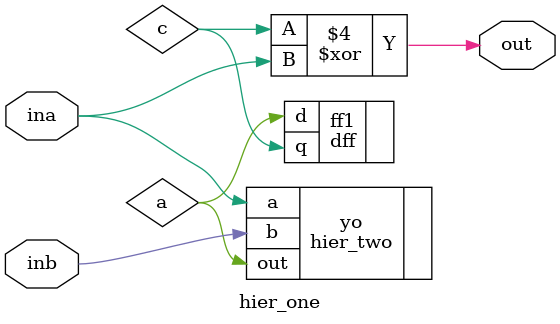
<source format=v>


module hier_one (input wire ina,input wire inb,output wire out);

wire a;
reg b;
wire c;

hier_two yo (.a(ina),
	 .b(inb),
	 .out(a));
one_two t (.in(b), .out(d));

always @(*) begin
if (b != a) begin
b = a + a;
end
end

wire d;


dff ff1 (
         .d(a),
         .q(c));

assign out = c^ina;

endmodule

</source>
